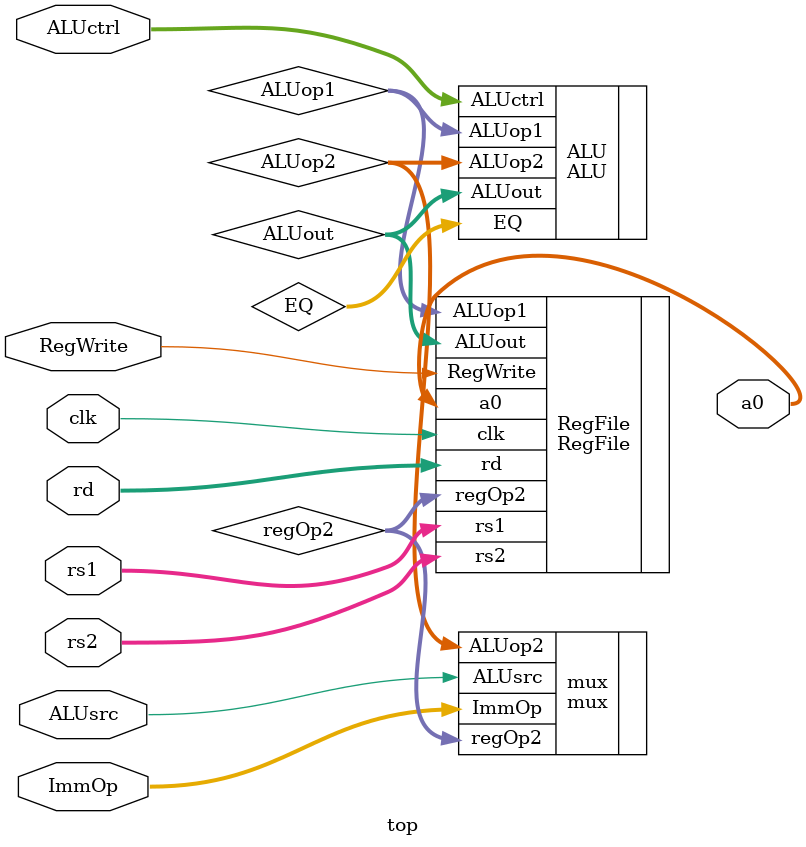
<source format=sv>
module top #(
    parameter DATA_WIDTH = 32,
    parameter REG_DATA_WIDTH = 5
) (
    input   logic                      clk,
    input   logic                      ALUsrc,
    input   logic [REG_DATA_WIDTH-1:0] ALUctrl,
    input   logic [DATA_WIDTH-1:0]     ImmOp,
    input   logic [REG_DATA_WIDTH-1:0] rs1,
    input   logic [REG_DATA_WIDTH-1:0] rs2,
    input   logic [REG_DATA_WIDTH-1:0] rd,
    input   logic                      RegWrite,
    output  logic [DATA_WIDTH-1:0]     a0    
);

    logic [DATA_WIDTH-1:0] regOp2;
    logic [DATA_WIDTH-1:0] ALUop1;
    logic [DATA_WIDTH-1:0] ALUop2;
    logic [DATA_WIDTH-1:0] ALUout;
    logic [REG_DATA_WIDTH-1:0] EQ;


    RegFile RegFile (
        .clk (clk),      
        .rs1 (rs1),    
        .rs2 (rs2),
        .rd (rd),       
        .ALUout (ALUout),
        .RegWrite (RegWrite),      
        .a0 (a0),    
        .ALUop1 (ALUop1),       
        .regOp2 (regOp2)
    );

    mux mux (
        .ImmOp (ImmOp),     
        .regOp2 (regOp2),      
        .ALUsrc (ALUsrc),       
        .ALUop2 (ALUop2)     	
    );

    ALU ALU (
        .ALUop1 (ALUop1),     
        .ALUop2 (ALUop2),      
        .ALUctrl (ALUctrl),       
        .ALUout (ALUout),
        .EQ (EQ)     	
    );

endmodule

</source>
